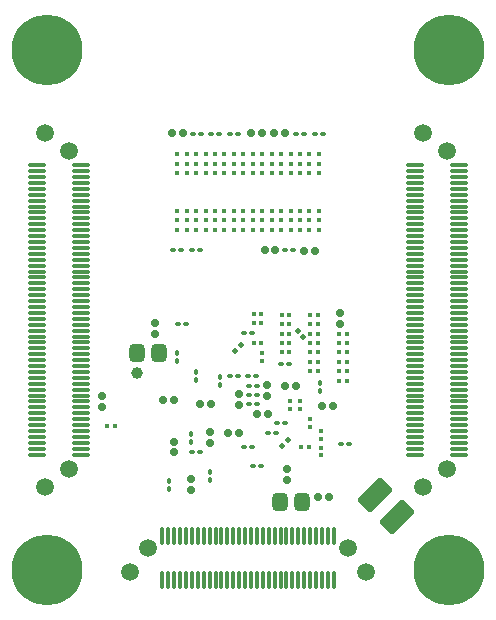
<source format=gbs>
G04*
G04 #@! TF.GenerationSoftware,Altium Limited,Altium Designer,22.0.2 (36)*
G04*
G04 Layer_Color=16711935*
%FSAX24Y24*%
%MOIN*%
G70*
G04*
G04 #@! TF.SameCoordinates,F6E1E7C7-60DA-40DC-8EC0-405BC10227F4*
G04*
G04*
G04 #@! TF.FilePolarity,Negative*
G04*
G01*
G75*
G04:AMPARAMS|DCode=16|XSize=13.8mil|YSize=15.7mil|CornerRadius=3.4mil|HoleSize=0mil|Usage=FLASHONLY|Rotation=270.000|XOffset=0mil|YOffset=0mil|HoleType=Round|Shape=RoundedRectangle|*
%AMROUNDEDRECTD16*
21,1,0.0138,0.0089,0,0,270.0*
21,1,0.0069,0.0157,0,0,270.0*
1,1,0.0069,-0.0044,-0.0034*
1,1,0.0069,-0.0044,0.0034*
1,1,0.0069,0.0044,0.0034*
1,1,0.0069,0.0044,-0.0034*
%
%ADD16ROUNDEDRECTD16*%
G04:AMPARAMS|DCode=17|XSize=25.2mil|YSize=25.2mil|CornerRadius=6.3mil|HoleSize=0mil|Usage=FLASHONLY|Rotation=90.000|XOffset=0mil|YOffset=0mil|HoleType=Round|Shape=RoundedRectangle|*
%AMROUNDEDRECTD17*
21,1,0.0252,0.0126,0,0,90.0*
21,1,0.0126,0.0252,0,0,90.0*
1,1,0.0126,0.0063,0.0063*
1,1,0.0126,0.0063,-0.0063*
1,1,0.0126,-0.0063,-0.0063*
1,1,0.0126,-0.0063,0.0063*
%
%ADD17ROUNDEDRECTD17*%
G04:AMPARAMS|DCode=18|XSize=59.1mil|YSize=51.2mil|CornerRadius=12.8mil|HoleSize=0mil|Usage=FLASHONLY|Rotation=90.000|XOffset=0mil|YOffset=0mil|HoleType=Round|Shape=RoundedRectangle|*
%AMROUNDEDRECTD18*
21,1,0.0591,0.0256,0,0,90.0*
21,1,0.0335,0.0512,0,0,90.0*
1,1,0.0256,0.0128,0.0167*
1,1,0.0256,0.0128,-0.0167*
1,1,0.0256,-0.0128,-0.0167*
1,1,0.0256,-0.0128,0.0167*
%
%ADD18ROUNDEDRECTD18*%
G04:AMPARAMS|DCode=20|XSize=23.6mil|YSize=23.6mil|CornerRadius=5.9mil|HoleSize=0mil|Usage=FLASHONLY|Rotation=90.000|XOffset=0mil|YOffset=0mil|HoleType=Round|Shape=RoundedRectangle|*
%AMROUNDEDRECTD20*
21,1,0.0236,0.0118,0,0,90.0*
21,1,0.0118,0.0236,0,0,90.0*
1,1,0.0118,0.0059,0.0059*
1,1,0.0118,0.0059,-0.0059*
1,1,0.0118,-0.0059,-0.0059*
1,1,0.0118,-0.0059,0.0059*
%
%ADD20ROUNDEDRECTD20*%
G04:AMPARAMS|DCode=21|XSize=16.5mil|YSize=18.1mil|CornerRadius=4.1mil|HoleSize=0mil|Usage=FLASHONLY|Rotation=270.000|XOffset=0mil|YOffset=0mil|HoleType=Round|Shape=RoundedRectangle|*
%AMROUNDEDRECTD21*
21,1,0.0165,0.0098,0,0,270.0*
21,1,0.0083,0.0181,0,0,270.0*
1,1,0.0083,-0.0049,-0.0041*
1,1,0.0083,-0.0049,0.0041*
1,1,0.0083,0.0049,0.0041*
1,1,0.0083,0.0049,-0.0041*
%
%ADD21ROUNDEDRECTD21*%
G04:AMPARAMS|DCode=22|XSize=23.6mil|YSize=23.6mil|CornerRadius=5.9mil|HoleSize=0mil|Usage=FLASHONLY|Rotation=180.000|XOffset=0mil|YOffset=0mil|HoleType=Round|Shape=RoundedRectangle|*
%AMROUNDEDRECTD22*
21,1,0.0236,0.0118,0,0,180.0*
21,1,0.0118,0.0236,0,0,180.0*
1,1,0.0118,-0.0059,0.0059*
1,1,0.0118,0.0059,0.0059*
1,1,0.0118,0.0059,-0.0059*
1,1,0.0118,-0.0059,-0.0059*
%
%ADD22ROUNDEDRECTD22*%
G04:AMPARAMS|DCode=23|XSize=25.2mil|YSize=25.2mil|CornerRadius=6.3mil|HoleSize=0mil|Usage=FLASHONLY|Rotation=180.000|XOffset=0mil|YOffset=0mil|HoleType=Round|Shape=RoundedRectangle|*
%AMROUNDEDRECTD23*
21,1,0.0252,0.0126,0,0,180.0*
21,1,0.0126,0.0252,0,0,180.0*
1,1,0.0126,-0.0063,0.0063*
1,1,0.0126,0.0063,0.0063*
1,1,0.0126,0.0063,-0.0063*
1,1,0.0126,-0.0063,-0.0063*
%
%ADD23ROUNDEDRECTD23*%
%ADD40C,0.0157*%
G04:AMPARAMS|DCode=42|XSize=13.8mil|YSize=15.7mil|CornerRadius=3.4mil|HoleSize=0mil|Usage=FLASHONLY|Rotation=180.000|XOffset=0mil|YOffset=0mil|HoleType=Round|Shape=RoundedRectangle|*
%AMROUNDEDRECTD42*
21,1,0.0138,0.0089,0,0,180.0*
21,1,0.0069,0.0157,0,0,180.0*
1,1,0.0069,-0.0034,0.0044*
1,1,0.0069,0.0034,0.0044*
1,1,0.0069,0.0034,-0.0044*
1,1,0.0069,-0.0034,-0.0044*
%
%ADD42ROUNDEDRECTD42*%
%ADD44C,0.0394*%
%ADD48C,0.2362*%
%ADD49C,0.0591*%
G04:AMPARAMS|DCode=56|XSize=110.2mil|YSize=65mil|CornerRadius=8.1mil|HoleSize=0mil|Usage=FLASHONLY|Rotation=45.000|XOffset=0mil|YOffset=0mil|HoleType=Round|Shape=RoundedRectangle|*
%AMROUNDEDRECTD56*
21,1,0.1102,0.0487,0,0,45.0*
21,1,0.0940,0.0650,0,0,45.0*
1,1,0.0162,0.0505,0.0160*
1,1,0.0162,-0.0160,-0.0505*
1,1,0.0162,-0.0505,-0.0160*
1,1,0.0162,0.0160,0.0505*
%
%ADD56ROUNDEDRECTD56*%
G04:AMPARAMS|DCode=57|XSize=16.5mil|YSize=18.1mil|CornerRadius=4.1mil|HoleSize=0mil|Usage=FLASHONLY|Rotation=0.000|XOffset=0mil|YOffset=0mil|HoleType=Round|Shape=RoundedRectangle|*
%AMROUNDEDRECTD57*
21,1,0.0165,0.0098,0,0,0.0*
21,1,0.0083,0.0181,0,0,0.0*
1,1,0.0083,0.0041,-0.0049*
1,1,0.0083,-0.0041,-0.0049*
1,1,0.0083,-0.0041,0.0049*
1,1,0.0083,0.0041,0.0049*
%
%ADD57ROUNDEDRECTD57*%
G04:AMPARAMS|DCode=58|XSize=16.5mil|YSize=18.1mil|CornerRadius=4.1mil|HoleSize=0mil|Usage=FLASHONLY|Rotation=315.000|XOffset=0mil|YOffset=0mil|HoleType=Round|Shape=RoundedRectangle|*
%AMROUNDEDRECTD58*
21,1,0.0165,0.0098,0,0,315.0*
21,1,0.0083,0.0181,0,0,315.0*
1,1,0.0083,-0.0006,-0.0064*
1,1,0.0083,-0.0064,-0.0006*
1,1,0.0083,0.0006,0.0064*
1,1,0.0083,0.0064,0.0006*
%
%ADD58ROUNDEDRECTD58*%
G04:AMPARAMS|DCode=59|XSize=16.5mil|YSize=18.1mil|CornerRadius=4.1mil|HoleSize=0mil|Usage=FLASHONLY|Rotation=45.000|XOffset=0mil|YOffset=0mil|HoleType=Round|Shape=RoundedRectangle|*
%AMROUNDEDRECTD59*
21,1,0.0165,0.0098,0,0,45.0*
21,1,0.0083,0.0181,0,0,45.0*
1,1,0.0083,0.0064,-0.0006*
1,1,0.0083,0.0006,-0.0064*
1,1,0.0083,-0.0064,0.0006*
1,1,0.0083,-0.0006,0.0064*
%
%ADD59ROUNDEDRECTD59*%
G04:AMPARAMS|DCode=60|XSize=11.8mil|YSize=59.1mil|CornerRadius=3mil|HoleSize=0mil|Usage=FLASHONLY|Rotation=270.000|XOffset=0mil|YOffset=0mil|HoleType=Round|Shape=RoundedRectangle|*
%AMROUNDEDRECTD60*
21,1,0.0118,0.0531,0,0,270.0*
21,1,0.0059,0.0591,0,0,270.0*
1,1,0.0059,-0.0266,-0.0030*
1,1,0.0059,-0.0266,0.0030*
1,1,0.0059,0.0266,0.0030*
1,1,0.0059,0.0266,-0.0030*
%
%ADD60ROUNDEDRECTD60*%
G04:AMPARAMS|DCode=61|XSize=11.8mil|YSize=59.1mil|CornerRadius=3mil|HoleSize=0mil|Usage=FLASHONLY|Rotation=0.000|XOffset=0mil|YOffset=0mil|HoleType=Round|Shape=RoundedRectangle|*
%AMROUNDEDRECTD61*
21,1,0.0118,0.0531,0,0,0.0*
21,1,0.0059,0.0591,0,0,0.0*
1,1,0.0059,0.0030,-0.0266*
1,1,0.0059,-0.0030,-0.0266*
1,1,0.0059,-0.0030,0.0266*
1,1,0.0059,0.0030,0.0266*
%
%ADD61ROUNDEDRECTD61*%
D16*
X003425Y005965D02*
D03*
X003169D02*
D03*
X008061Y009409D02*
D03*
X008317Y009409D02*
D03*
X008061Y008730D02*
D03*
X008317D02*
D03*
X010906Y007795D02*
D03*
X009252Y008740D02*
D03*
X010906Y008110D02*
D03*
X009252Y008425D02*
D03*
X009941Y007795D02*
D03*
X010906Y009055D02*
D03*
X010906Y008425D02*
D03*
X008317Y009695D02*
D03*
X010906Y008740D02*
D03*
X009252Y009685D02*
D03*
X010197Y007795D02*
D03*
X008061Y009695D02*
D03*
X009252Y009370D02*
D03*
X009951Y009370D02*
D03*
X011161Y009055D02*
D03*
X008996Y009685D02*
D03*
X010207Y009370D02*
D03*
X010906Y007480D02*
D03*
X009252Y009055D02*
D03*
X008996Y009370D02*
D03*
X010207Y009685D02*
D03*
X008996Y008425D02*
D03*
X010207D02*
D03*
X008996Y008740D02*
D03*
X010207D02*
D03*
X008996Y009055D02*
D03*
X010207Y008110D02*
D03*
X009951Y008425D02*
D03*
X011161Y007480D02*
D03*
X009951Y009055D02*
D03*
X011161Y008110D02*
D03*
X009951Y009685D02*
D03*
X011161Y008740D02*
D03*
X009951Y008740D02*
D03*
X011161Y007795D02*
D03*
X009951Y008110D02*
D03*
X010207Y009055D02*
D03*
X011161Y008425D02*
D03*
X009642Y005272D02*
D03*
X009898D02*
D03*
D17*
X009118Y015748D02*
D03*
X008756D02*
D03*
X008331Y015748D02*
D03*
X007969Y015748D02*
D03*
X005331Y015748D02*
D03*
X005693Y015748D02*
D03*
X009740Y011811D02*
D03*
X010102Y011811D02*
D03*
X006276Y006693D02*
D03*
X006638Y006693D02*
D03*
X009110Y007313D02*
D03*
X009472D02*
D03*
X010203Y003602D02*
D03*
X010565Y003602D02*
D03*
X007211Y005748D02*
D03*
X007573D02*
D03*
X010341Y006654D02*
D03*
X010703D02*
D03*
X005398Y006841D02*
D03*
X005035D02*
D03*
D18*
X009685Y003425D02*
D03*
X008937D02*
D03*
X004911Y008406D02*
D03*
X004163D02*
D03*
D20*
X008524Y006368D02*
D03*
X008169D02*
D03*
X008425Y011831D02*
D03*
X008780D02*
D03*
D21*
X006276Y005118D02*
D03*
X006008D02*
D03*
X008165Y006693D02*
D03*
X007898D02*
D03*
X007268Y015709D02*
D03*
X007535Y015709D02*
D03*
X010102Y015709D02*
D03*
X010370Y015709D02*
D03*
X006906Y015709D02*
D03*
X006638Y015709D02*
D03*
X009386Y011850D02*
D03*
X009118D02*
D03*
X005368Y011841D02*
D03*
X005636D02*
D03*
X006047Y015709D02*
D03*
X006315D02*
D03*
X009472D02*
D03*
X009740D02*
D03*
X006008Y011850D02*
D03*
X006276D02*
D03*
X008319Y004646D02*
D03*
X008051D02*
D03*
X008007Y005279D02*
D03*
X007739D02*
D03*
X008528Y005748D02*
D03*
X008795D02*
D03*
X008165Y007323D02*
D03*
X007898D02*
D03*
X007888Y007638D02*
D03*
X008156Y007638D02*
D03*
X010959Y005374D02*
D03*
X011226D02*
D03*
X007898Y007008D02*
D03*
X008165Y007008D02*
D03*
X008843Y006063D02*
D03*
X009110D02*
D03*
X007268Y007638D02*
D03*
X007535D02*
D03*
X008008Y009059D02*
D03*
X007740D02*
D03*
X009228Y008041D02*
D03*
X008961D02*
D03*
X005813Y009380D02*
D03*
X005545D02*
D03*
D22*
X006614Y005768D02*
D03*
X006614Y005413D02*
D03*
X007559Y006673D02*
D03*
X007559Y007028D02*
D03*
D23*
X005404Y005457D02*
D03*
Y005094D02*
D03*
X009183Y004532D02*
D03*
Y004169D02*
D03*
X008514Y006984D02*
D03*
X008514Y007346D02*
D03*
X005984Y003835D02*
D03*
Y004197D02*
D03*
X010955Y009386D02*
D03*
Y009748D02*
D03*
X004783Y009032D02*
D03*
Y009394D02*
D03*
X003022Y006600D02*
D03*
Y006963D02*
D03*
D40*
X008976Y012835D02*
D03*
X007717Y015039D02*
D03*
X008661Y012835D02*
D03*
X008661Y014409D02*
D03*
X008661Y014724D02*
D03*
X010236D02*
D03*
X008031Y014409D02*
D03*
X008346Y015039D02*
D03*
X006142Y013150D02*
D03*
X005827D02*
D03*
X007087Y014409D02*
D03*
X007402D02*
D03*
X006457D02*
D03*
X006772Y013150D02*
D03*
X005512Y014409D02*
D03*
X005827Y012835D02*
D03*
X005512Y014724D02*
D03*
Y013150D02*
D03*
X006142Y014724D02*
D03*
X006142Y012835D02*
D03*
X006142Y014409D02*
D03*
X006457Y013150D02*
D03*
X007717Y013150D02*
D03*
X007402Y014724D02*
D03*
X007717Y012835D02*
D03*
X007717Y014409D02*
D03*
X007087Y012835D02*
D03*
X007087Y014724D02*
D03*
Y013150D02*
D03*
X006772Y014409D02*
D03*
X008031Y013150D02*
D03*
X008346D02*
D03*
Y012520D02*
D03*
Y014409D02*
D03*
X008976D02*
D03*
X009291Y012835D02*
D03*
X008976Y014724D02*
D03*
X009291Y013150D02*
D03*
X009921Y013150D02*
D03*
X008661Y013150D02*
D03*
X009921Y014409D02*
D03*
X010236Y012835D02*
D03*
X009921Y014724D02*
D03*
Y012835D02*
D03*
X009606Y014724D02*
D03*
X009606Y012835D02*
D03*
X009291Y014724D02*
D03*
X009606Y014409D02*
D03*
Y013150D02*
D03*
X009291Y014409D02*
D03*
X010236Y015039D02*
D03*
Y012520D02*
D03*
X009606Y015039D02*
D03*
X008976D02*
D03*
X009606Y012520D02*
D03*
X008976D02*
D03*
X007402Y015039D02*
D03*
X008031Y014724D02*
D03*
X006772Y015039D02*
D03*
X006772Y014724D02*
D03*
X008031Y012835D02*
D03*
X007402D02*
D03*
X007402Y012520D02*
D03*
X006772Y012835D02*
D03*
X007087Y012520D02*
D03*
X006457Y015039D02*
D03*
X005827D02*
D03*
X005827Y014409D02*
D03*
X006457Y012835D02*
D03*
X005827Y012520D02*
D03*
X005512Y012520D02*
D03*
X009921Y015039D02*
D03*
X009291D02*
D03*
X009921Y012520D02*
D03*
X009291Y012520D02*
D03*
X008346Y014724D02*
D03*
X007717Y014724D02*
D03*
X007087Y015039D02*
D03*
X008346Y012835D02*
D03*
X007402Y013150D02*
D03*
X006457Y014724D02*
D03*
X006142Y015039D02*
D03*
X005512D02*
D03*
X005827Y014724D02*
D03*
X005512Y012835D02*
D03*
X007717Y012520D02*
D03*
X006772D02*
D03*
X006457D02*
D03*
X006142D02*
D03*
X008031Y015039D02*
D03*
X008031Y012520D02*
D03*
X008661Y015039D02*
D03*
Y012520D02*
D03*
X008976Y013150D02*
D03*
X010236Y014409D02*
D03*
Y013150D02*
D03*
D42*
X009262Y006811D02*
D03*
Y006555D02*
D03*
X009606Y006811D02*
D03*
Y006555D02*
D03*
X008346Y008140D02*
D03*
Y008396D02*
D03*
X009941Y005935D02*
D03*
Y006191D02*
D03*
X010295Y005551D02*
D03*
Y005807D02*
D03*
Y005000D02*
D03*
Y005256D02*
D03*
D44*
X004173Y007726D02*
D03*
D48*
X014567Y001181D02*
D03*
Y018504D02*
D03*
X001181D02*
D03*
Y001181D02*
D03*
D49*
X013720Y015738D02*
D03*
Y003947D02*
D03*
X011801Y001122D02*
D03*
X001122Y015738D02*
D03*
Y003947D02*
D03*
X003947Y001122D02*
D03*
X001909Y015157D02*
D03*
Y004528D02*
D03*
X014508D02*
D03*
Y015157D02*
D03*
X004528Y001909D02*
D03*
X011220D02*
D03*
D56*
X012849Y002928D02*
D03*
X012111Y003666D02*
D03*
D57*
X006614Y004445D02*
D03*
Y004177D02*
D03*
X005984Y005457D02*
D03*
Y005724D02*
D03*
X005246Y004150D02*
D03*
Y003882D02*
D03*
X006929Y007346D02*
D03*
Y007614D02*
D03*
X006152Y007772D02*
D03*
Y007504D02*
D03*
X005516Y008125D02*
D03*
Y008393D02*
D03*
X010285Y007150D02*
D03*
Y007417D02*
D03*
D58*
X009209Y005498D02*
D03*
X009020Y005309D02*
D03*
X007445Y008468D02*
D03*
X007634Y008658D02*
D03*
D59*
X009526Y009146D02*
D03*
X009715Y008957D02*
D03*
D60*
X002303Y014075D02*
D03*
Y014468D02*
D03*
Y014272D02*
D03*
Y014665D02*
D03*
X000846Y007972D02*
D03*
Y008366D02*
D03*
X014902Y010728D02*
D03*
Y010925D02*
D03*
X013445Y013681D02*
D03*
Y013091D02*
D03*
X014902Y012106D02*
D03*
Y011122D02*
D03*
X013445Y012106D02*
D03*
Y011122D02*
D03*
Y010138D02*
D03*
X014902D02*
D03*
Y007776D02*
D03*
X013445Y005610D02*
D03*
Y008169D02*
D03*
Y007382D02*
D03*
Y009154D02*
D03*
Y006791D02*
D03*
Y005020D02*
D03*
X000846Y012697D02*
D03*
Y013681D02*
D03*
X002303Y012697D02*
D03*
Y011713D02*
D03*
X000846Y010728D02*
D03*
X002303D02*
D03*
X000846Y011713D02*
D03*
X002303Y009744D02*
D03*
Y008760D02*
D03*
X000846Y009744D02*
D03*
Y008760D02*
D03*
Y007776D02*
D03*
Y006791D02*
D03*
X014902Y012303D02*
D03*
Y012500D02*
D03*
X000846Y009941D02*
D03*
X013445Y014468D02*
D03*
Y014665D02*
D03*
Y014075D02*
D03*
Y014272D02*
D03*
Y013287D02*
D03*
Y013484D02*
D03*
Y012697D02*
D03*
Y012894D02*
D03*
Y011713D02*
D03*
Y011909D02*
D03*
Y011319D02*
D03*
Y011516D02*
D03*
Y010728D02*
D03*
Y010925D02*
D03*
Y010335D02*
D03*
Y010532D02*
D03*
X000846Y010335D02*
D03*
X002303Y013878D02*
D03*
X014902Y006398D02*
D03*
Y006201D02*
D03*
Y005413D02*
D03*
Y005217D02*
D03*
Y005020D02*
D03*
X002303D02*
D03*
X000846D02*
D03*
X002303Y005217D02*
D03*
X000846D02*
D03*
Y005413D02*
D03*
X002303Y005610D02*
D03*
X000846D02*
D03*
X002303Y005807D02*
D03*
Y005413D02*
D03*
X000846Y005807D02*
D03*
X002303Y006004D02*
D03*
X000846D02*
D03*
X002303Y006201D02*
D03*
X000846D02*
D03*
X002303Y006398D02*
D03*
X000846D02*
D03*
X002303Y006594D02*
D03*
X000846D02*
D03*
X002303Y006791D02*
D03*
Y006988D02*
D03*
X000846D02*
D03*
X002303Y007185D02*
D03*
X000846D02*
D03*
X002303Y007382D02*
D03*
X000846D02*
D03*
X002303Y007579D02*
D03*
X000846D02*
D03*
X002303Y007776D02*
D03*
Y007972D02*
D03*
Y008169D02*
D03*
X000846D02*
D03*
X002303Y008366D02*
D03*
Y008563D02*
D03*
X000846D02*
D03*
X002303Y008957D02*
D03*
X000846D02*
D03*
X002303Y009154D02*
D03*
X000846D02*
D03*
X002303Y009350D02*
D03*
X000846D02*
D03*
X002303Y009547D02*
D03*
X000846D02*
D03*
X002303Y009941D02*
D03*
Y010138D02*
D03*
X000846D02*
D03*
X002303Y010335D02*
D03*
Y010532D02*
D03*
X000846D02*
D03*
X002303Y010925D02*
D03*
X000846D02*
D03*
X002303Y011122D02*
D03*
X000846D02*
D03*
X002303Y011319D02*
D03*
X000846D02*
D03*
X002303Y011516D02*
D03*
X000846D02*
D03*
X002303Y011909D02*
D03*
X000846D02*
D03*
X002303Y012106D02*
D03*
X000846D02*
D03*
X002303Y012303D02*
D03*
X000846D02*
D03*
X002303Y012500D02*
D03*
X000846D02*
D03*
X002303Y012894D02*
D03*
X000846D02*
D03*
X002303Y013091D02*
D03*
X000846D02*
D03*
X002303Y013287D02*
D03*
X000846D02*
D03*
X002303Y013484D02*
D03*
X000846D02*
D03*
X002303Y013681D02*
D03*
X000846Y013878D02*
D03*
Y014075D02*
D03*
Y014272D02*
D03*
Y014468D02*
D03*
Y014665D02*
D03*
X014902D02*
D03*
Y014468D02*
D03*
Y014272D02*
D03*
Y014075D02*
D03*
X013445Y013878D02*
D03*
X014902D02*
D03*
Y013681D02*
D03*
Y013484D02*
D03*
Y013287D02*
D03*
Y013091D02*
D03*
Y012894D02*
D03*
Y012697D02*
D03*
X013445Y012500D02*
D03*
Y012303D02*
D03*
X014902Y011909D02*
D03*
Y011713D02*
D03*
Y011516D02*
D03*
Y011319D02*
D03*
Y010532D02*
D03*
Y010335D02*
D03*
X013445Y009941D02*
D03*
X014902D02*
D03*
X013445Y009744D02*
D03*
X014902D02*
D03*
X013445Y009547D02*
D03*
X014902D02*
D03*
X013445Y009350D02*
D03*
X014902D02*
D03*
Y009154D02*
D03*
X013445Y008957D02*
D03*
X014902D02*
D03*
X013445Y008760D02*
D03*
X014902D02*
D03*
X013445Y008563D02*
D03*
X014902D02*
D03*
X013445Y008366D02*
D03*
X014902D02*
D03*
Y008169D02*
D03*
X013445Y007972D02*
D03*
X014902D02*
D03*
X013445Y007776D02*
D03*
Y007579D02*
D03*
X014902D02*
D03*
Y007382D02*
D03*
X013445Y007185D02*
D03*
X014902D02*
D03*
X013445Y006988D02*
D03*
X014902D02*
D03*
Y006791D02*
D03*
X013445Y006594D02*
D03*
X014902D02*
D03*
X013445Y006398D02*
D03*
Y006201D02*
D03*
Y006004D02*
D03*
X014902D02*
D03*
X013445Y005807D02*
D03*
X014902D02*
D03*
Y005610D02*
D03*
X013445Y005413D02*
D03*
Y005217D02*
D03*
D61*
X008169Y002303D02*
D03*
X008366D02*
D03*
X008760D02*
D03*
X008957D02*
D03*
X009350D02*
D03*
X009547D02*
D03*
X009941D02*
D03*
X010138D02*
D03*
X008169Y000846D02*
D03*
X008366D02*
D03*
X008760D02*
D03*
X008957D02*
D03*
X009350D02*
D03*
X009547D02*
D03*
X009941D02*
D03*
X010138D02*
D03*
X007579Y002303D02*
D03*
X007776D02*
D03*
X010335D02*
D03*
Y000846D02*
D03*
X009744Y002303D02*
D03*
Y000846D02*
D03*
X009154D02*
D03*
X008563Y002303D02*
D03*
X009154D02*
D03*
X008563Y000846D02*
D03*
X007972Y002303D02*
D03*
Y000846D02*
D03*
X007382D02*
D03*
Y002303D02*
D03*
X006398D02*
D03*
Y000846D02*
D03*
X010728Y002303D02*
D03*
Y000846D02*
D03*
X010532Y002303D02*
D03*
Y000846D02*
D03*
X007776D02*
D03*
X007579D02*
D03*
X007185Y002303D02*
D03*
Y000846D02*
D03*
X006988Y002303D02*
D03*
Y000846D02*
D03*
X006791Y002303D02*
D03*
Y000846D02*
D03*
X006594Y002303D02*
D03*
Y000846D02*
D03*
X006201Y002303D02*
D03*
Y000846D02*
D03*
X006004Y002303D02*
D03*
Y000846D02*
D03*
X005807Y002303D02*
D03*
Y000846D02*
D03*
X005610Y002303D02*
D03*
Y000846D02*
D03*
X005413Y002303D02*
D03*
Y000846D02*
D03*
X005217Y002303D02*
D03*
Y000846D02*
D03*
X005020Y002303D02*
D03*
Y000846D02*
D03*
M02*

</source>
